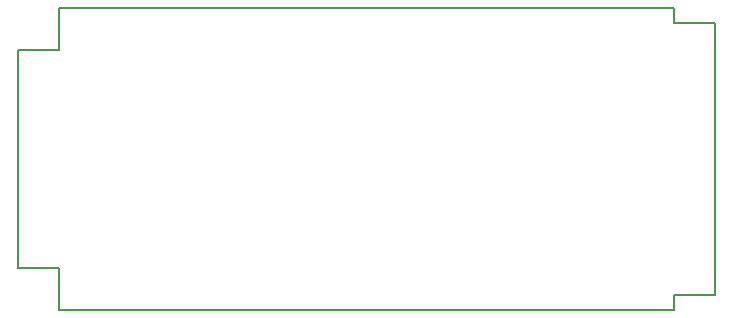
<source format=gbr>
G04 #@! TF.GenerationSoftware,KiCad,Pcbnew,(5.0.0-3-g5ebb6b6)*
G04 #@! TF.CreationDate,2019-02-08T12:04:07-05:00*
G04 #@! TF.ProjectId,ROCKETasp,524F434B45546173702E6B696361645F,2.0*
G04 #@! TF.SameCoordinates,Original*
G04 #@! TF.FileFunction,Profile,NP*
%FSLAX46Y46*%
G04 Gerber Fmt 4.6, Leading zero omitted, Abs format (unit mm)*
G04 Created by KiCad (PCBNEW (5.0.0-3-g5ebb6b6)) date Friday, February 08, 2019 at 12:04:07 PM*
%MOMM*%
%LPD*%
G01*
G04 APERTURE LIST*
%ADD10C,0.150000*%
G04 APERTURE END LIST*
D10*
X118450000Y-107000000D02*
X115000000Y-107000000D01*
X118450000Y-110500000D02*
X118450000Y-107000000D01*
X170550000Y-109300000D02*
X170550000Y-110500000D01*
X174000000Y-109300000D02*
X170550000Y-109300000D01*
X170550000Y-86200000D02*
X174000000Y-86200000D01*
X170550000Y-85000000D02*
X170550000Y-86200000D01*
X118450000Y-88500000D02*
X118450000Y-85000000D01*
X115000000Y-88500000D02*
X118450000Y-88500000D01*
X115000000Y-107000000D02*
X115000000Y-88500000D01*
X170550000Y-110500000D02*
X118450000Y-110500000D01*
X174000000Y-86200000D02*
X174000000Y-109300000D01*
X118450000Y-85000000D02*
X170550000Y-85000000D01*
M02*

</source>
